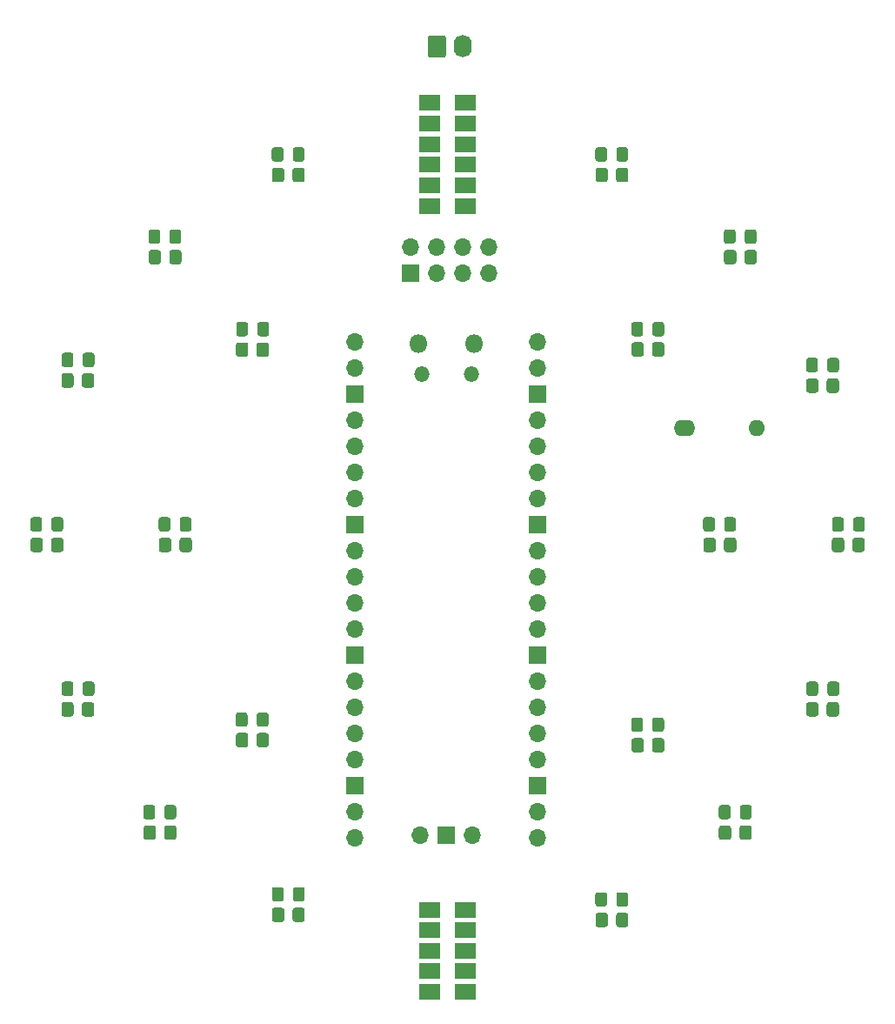
<source format=gbr>
G04 #@! TF.GenerationSoftware,KiCad,Pcbnew,5.1.10-88a1d61d58~88~ubuntu20.04.1*
G04 #@! TF.CreationDate,2021-06-07T13:14:32+01:00*
G04 #@! TF.ProjectId,Bauble,42617562-6c65-42e6-9b69-6361645f7063,rev?*
G04 #@! TF.SameCoordinates,Original*
G04 #@! TF.FileFunction,Soldermask,Bot*
G04 #@! TF.FilePolarity,Negative*
%FSLAX46Y46*%
G04 Gerber Fmt 4.6, Leading zero omitted, Abs format (unit mm)*
G04 Created by KiCad (PCBNEW 5.1.10-88a1d61d58~88~ubuntu20.04.1) date 2021-06-07 13:14:32*
%MOMM*%
%LPD*%
G01*
G04 APERTURE LIST*
%ADD10O,1.600000X1.600000*%
%ADD11O,2.100000X1.600000*%
%ADD12R,2.000000X1.500000*%
%ADD13O,1.700000X1.700000*%
%ADD14R,1.700000X1.700000*%
%ADD15O,1.500000X1.500000*%
%ADD16O,1.800000X1.800000*%
%ADD17O,1.740000X2.190000*%
G04 APERTURE END LIST*
D10*
G04 #@! TO.C,R27*
X174625000Y-102650000D03*
D11*
X167525000Y-102650000D03*
G04 #@! TD*
D12*
G04 #@! TO.C,J6*
X142750000Y-157500000D03*
X142750000Y-155500000D03*
X142750000Y-153500000D03*
X142750000Y-151500000D03*
X142750000Y-149500000D03*
X146250000Y-157500000D03*
X146250000Y-155500000D03*
X146250000Y-153500000D03*
X146250000Y-151500000D03*
X146250000Y-149500000D03*
G04 #@! TD*
G04 #@! TO.C,J5*
X142750000Y-81000000D03*
X142750000Y-79000000D03*
X142750000Y-77000000D03*
X142750000Y-75000000D03*
X142750000Y-73000000D03*
X142750000Y-71000000D03*
X146250000Y-81000000D03*
X146250000Y-79000000D03*
X146250000Y-77000000D03*
X146250000Y-75000000D03*
X146250000Y-73000000D03*
X146250000Y-71000000D03*
G04 #@! TD*
D13*
G04 #@! TO.C,U1*
X146930000Y-142290000D03*
D14*
X144390000Y-142290000D03*
D13*
X141850000Y-142290000D03*
D15*
X146815000Y-97420000D03*
X141965000Y-97420000D03*
D16*
X147115000Y-94390000D03*
X141665000Y-94390000D03*
D13*
X153280000Y-94260000D03*
X153280000Y-96800000D03*
D14*
X153280000Y-99340000D03*
D13*
X153280000Y-101880000D03*
X153280000Y-104420000D03*
X153280000Y-106960000D03*
X153280000Y-109500000D03*
D14*
X153280000Y-112040000D03*
D13*
X153280000Y-114580000D03*
X153280000Y-117120000D03*
X153280000Y-119660000D03*
X153280000Y-122200000D03*
D14*
X153280000Y-124740000D03*
D13*
X153280000Y-127280000D03*
X153280000Y-129820000D03*
X153280000Y-132360000D03*
X153280000Y-134900000D03*
D14*
X153280000Y-137440000D03*
D13*
X153280000Y-139980000D03*
X153280000Y-142520000D03*
X135500000Y-142520000D03*
X135500000Y-139980000D03*
D14*
X135500000Y-137440000D03*
D13*
X135500000Y-134900000D03*
X135500000Y-132360000D03*
X135500000Y-129820000D03*
X135500000Y-127280000D03*
D14*
X135500000Y-124740000D03*
D13*
X135500000Y-122200000D03*
X135500000Y-119660000D03*
X135500000Y-117120000D03*
X135500000Y-114580000D03*
D14*
X135500000Y-112040000D03*
D13*
X135500000Y-109500000D03*
X135500000Y-106960000D03*
X135500000Y-104420000D03*
X135500000Y-101880000D03*
D14*
X135500000Y-99340000D03*
D13*
X135500000Y-96800000D03*
X135500000Y-94260000D03*
G04 #@! TD*
G04 #@! TO.C,R48*
G36*
G01*
X125900000Y-133450001D02*
X125900000Y-132549999D01*
G75*
G02*
X126149999Y-132300000I249999J0D01*
G01*
X126850001Y-132300000D01*
G75*
G02*
X127100000Y-132549999I0J-249999D01*
G01*
X127100000Y-133450001D01*
G75*
G02*
X126850001Y-133700000I-249999J0D01*
G01*
X126149999Y-133700000D01*
G75*
G02*
X125900000Y-133450001I0J249999D01*
G01*
G37*
G36*
G01*
X123900000Y-133450001D02*
X123900000Y-132549999D01*
G75*
G02*
X124149999Y-132300000I249999J0D01*
G01*
X124850001Y-132300000D01*
G75*
G02*
X125100000Y-132549999I0J-249999D01*
G01*
X125100000Y-133450001D01*
G75*
G02*
X124850001Y-133700000I-249999J0D01*
G01*
X124149999Y-133700000D01*
G75*
G02*
X123900000Y-133450001I0J249999D01*
G01*
G37*
G04 #@! TD*
G04 #@! TO.C,R42*
G36*
G01*
X183900000Y-114450001D02*
X183900000Y-113549999D01*
G75*
G02*
X184149999Y-113300000I249999J0D01*
G01*
X184850001Y-113300000D01*
G75*
G02*
X185100000Y-113549999I0J-249999D01*
G01*
X185100000Y-114450001D01*
G75*
G02*
X184850001Y-114700000I-249999J0D01*
G01*
X184149999Y-114700000D01*
G75*
G02*
X183900000Y-114450001I0J249999D01*
G01*
G37*
G36*
G01*
X181900000Y-114450001D02*
X181900000Y-113549999D01*
G75*
G02*
X182149999Y-113300000I249999J0D01*
G01*
X182850001Y-113300000D01*
G75*
G02*
X183100000Y-113549999I0J-249999D01*
G01*
X183100000Y-114450001D01*
G75*
G02*
X182850001Y-114700000I-249999J0D01*
G01*
X182149999Y-114700000D01*
G75*
G02*
X181900000Y-114450001I0J249999D01*
G01*
G37*
G04 #@! TD*
G04 #@! TO.C,R36*
G36*
G01*
X116900000Y-142450001D02*
X116900000Y-141549999D01*
G75*
G02*
X117149999Y-141300000I249999J0D01*
G01*
X117850001Y-141300000D01*
G75*
G02*
X118100000Y-141549999I0J-249999D01*
G01*
X118100000Y-142450001D01*
G75*
G02*
X117850001Y-142700000I-249999J0D01*
G01*
X117149999Y-142700000D01*
G75*
G02*
X116900000Y-142450001I0J249999D01*
G01*
G37*
G36*
G01*
X114900000Y-142450001D02*
X114900000Y-141549999D01*
G75*
G02*
X115149999Y-141300000I249999J0D01*
G01*
X115850001Y-141300000D01*
G75*
G02*
X116100000Y-141549999I0J-249999D01*
G01*
X116100000Y-142450001D01*
G75*
G02*
X115850001Y-142700000I-249999J0D01*
G01*
X115149999Y-142700000D01*
G75*
G02*
X114900000Y-142450001I0J249999D01*
G01*
G37*
G04 #@! TD*
G04 #@! TO.C,R41*
G36*
G01*
X181400000Y-130450001D02*
X181400000Y-129549999D01*
G75*
G02*
X181649999Y-129300000I249999J0D01*
G01*
X182350001Y-129300000D01*
G75*
G02*
X182600000Y-129549999I0J-249999D01*
G01*
X182600000Y-130450001D01*
G75*
G02*
X182350001Y-130700000I-249999J0D01*
G01*
X181649999Y-130700000D01*
G75*
G02*
X181400000Y-130450001I0J249999D01*
G01*
G37*
G36*
G01*
X179400000Y-130450001D02*
X179400000Y-129549999D01*
G75*
G02*
X179649999Y-129300000I249999J0D01*
G01*
X180350001Y-129300000D01*
G75*
G02*
X180600000Y-129549999I0J-249999D01*
G01*
X180600000Y-130450001D01*
G75*
G02*
X180350001Y-130700000I-249999J0D01*
G01*
X179649999Y-130700000D01*
G75*
G02*
X179400000Y-130450001I0J249999D01*
G01*
G37*
G04 #@! TD*
G04 #@! TO.C,R47*
G36*
G01*
X118400000Y-114450001D02*
X118400000Y-113549999D01*
G75*
G02*
X118649999Y-113300000I249999J0D01*
G01*
X119350001Y-113300000D01*
G75*
G02*
X119600000Y-113549999I0J-249999D01*
G01*
X119600000Y-114450001D01*
G75*
G02*
X119350001Y-114700000I-249999J0D01*
G01*
X118649999Y-114700000D01*
G75*
G02*
X118400000Y-114450001I0J249999D01*
G01*
G37*
G36*
G01*
X116400000Y-114450001D02*
X116400000Y-113549999D01*
G75*
G02*
X116649999Y-113300000I249999J0D01*
G01*
X117350001Y-113300000D01*
G75*
G02*
X117600000Y-113549999I0J-249999D01*
G01*
X117600000Y-114450001D01*
G75*
G02*
X117350001Y-114700000I-249999J0D01*
G01*
X116649999Y-114700000D01*
G75*
G02*
X116400000Y-114450001I0J249999D01*
G01*
G37*
G04 #@! TD*
G04 #@! TO.C,R35*
G36*
G01*
X108900000Y-130450001D02*
X108900000Y-129549999D01*
G75*
G02*
X109149999Y-129300000I249999J0D01*
G01*
X109850001Y-129300000D01*
G75*
G02*
X110100000Y-129549999I0J-249999D01*
G01*
X110100000Y-130450001D01*
G75*
G02*
X109850001Y-130700000I-249999J0D01*
G01*
X109149999Y-130700000D01*
G75*
G02*
X108900000Y-130450001I0J249999D01*
G01*
G37*
G36*
G01*
X106900000Y-130450001D02*
X106900000Y-129549999D01*
G75*
G02*
X107149999Y-129300000I249999J0D01*
G01*
X107850001Y-129300000D01*
G75*
G02*
X108100000Y-129549999I0J-249999D01*
G01*
X108100000Y-130450001D01*
G75*
G02*
X107850001Y-130700000I-249999J0D01*
G01*
X107149999Y-130700000D01*
G75*
G02*
X106900000Y-130450001I0J249999D01*
G01*
G37*
G04 #@! TD*
G04 #@! TO.C,R40*
G36*
G01*
X172900000Y-142450001D02*
X172900000Y-141549999D01*
G75*
G02*
X173149999Y-141300000I249999J0D01*
G01*
X173850001Y-141300000D01*
G75*
G02*
X174100000Y-141549999I0J-249999D01*
G01*
X174100000Y-142450001D01*
G75*
G02*
X173850001Y-142700000I-249999J0D01*
G01*
X173149999Y-142700000D01*
G75*
G02*
X172900000Y-142450001I0J249999D01*
G01*
G37*
G36*
G01*
X170900000Y-142450001D02*
X170900000Y-141549999D01*
G75*
G02*
X171149999Y-141300000I249999J0D01*
G01*
X171850001Y-141300000D01*
G75*
G02*
X172100000Y-141549999I0J-249999D01*
G01*
X172100000Y-142450001D01*
G75*
G02*
X171850001Y-142700000I-249999J0D01*
G01*
X171149999Y-142700000D01*
G75*
G02*
X170900000Y-142450001I0J249999D01*
G01*
G37*
G04 #@! TD*
G04 #@! TO.C,R46*
G36*
G01*
X125900000Y-95450001D02*
X125900000Y-94549999D01*
G75*
G02*
X126149999Y-94300000I249999J0D01*
G01*
X126850001Y-94300000D01*
G75*
G02*
X127100000Y-94549999I0J-249999D01*
G01*
X127100000Y-95450001D01*
G75*
G02*
X126850001Y-95700000I-249999J0D01*
G01*
X126149999Y-95700000D01*
G75*
G02*
X125900000Y-95450001I0J249999D01*
G01*
G37*
G36*
G01*
X123900000Y-95450001D02*
X123900000Y-94549999D01*
G75*
G02*
X124149999Y-94300000I249999J0D01*
G01*
X124850001Y-94300000D01*
G75*
G02*
X125100000Y-94549999I0J-249999D01*
G01*
X125100000Y-95450001D01*
G75*
G02*
X124850001Y-95700000I-249999J0D01*
G01*
X124149999Y-95700000D01*
G75*
G02*
X123900000Y-95450001I0J249999D01*
G01*
G37*
G04 #@! TD*
G04 #@! TO.C,R34*
G36*
G01*
X105900000Y-114450001D02*
X105900000Y-113549999D01*
G75*
G02*
X106149999Y-113300000I249999J0D01*
G01*
X106850001Y-113300000D01*
G75*
G02*
X107100000Y-113549999I0J-249999D01*
G01*
X107100000Y-114450001D01*
G75*
G02*
X106850001Y-114700000I-249999J0D01*
G01*
X106149999Y-114700000D01*
G75*
G02*
X105900000Y-114450001I0J249999D01*
G01*
G37*
G36*
G01*
X103900000Y-114450001D02*
X103900000Y-113549999D01*
G75*
G02*
X104149999Y-113300000I249999J0D01*
G01*
X104850001Y-113300000D01*
G75*
G02*
X105100000Y-113549999I0J-249999D01*
G01*
X105100000Y-114450001D01*
G75*
G02*
X104850001Y-114700000I-249999J0D01*
G01*
X104149999Y-114700000D01*
G75*
G02*
X103900000Y-114450001I0J249999D01*
G01*
G37*
G04 #@! TD*
G04 #@! TO.C,R51*
G36*
G01*
X164400000Y-95425001D02*
X164400000Y-94524999D01*
G75*
G02*
X164649999Y-94275000I249999J0D01*
G01*
X165350001Y-94275000D01*
G75*
G02*
X165600000Y-94524999I0J-249999D01*
G01*
X165600000Y-95425001D01*
G75*
G02*
X165350001Y-95675000I-249999J0D01*
G01*
X164649999Y-95675000D01*
G75*
G02*
X164400000Y-95425001I0J249999D01*
G01*
G37*
G36*
G01*
X162400000Y-95425001D02*
X162400000Y-94524999D01*
G75*
G02*
X162649999Y-94275000I249999J0D01*
G01*
X163350001Y-94275000D01*
G75*
G02*
X163600000Y-94524999I0J-249999D01*
G01*
X163600000Y-95425001D01*
G75*
G02*
X163350001Y-95675000I-249999J0D01*
G01*
X162649999Y-95675000D01*
G75*
G02*
X162400000Y-95425001I0J249999D01*
G01*
G37*
G04 #@! TD*
G04 #@! TO.C,R45*
G36*
G01*
X160900000Y-78450001D02*
X160900000Y-77549999D01*
G75*
G02*
X161149999Y-77300000I249999J0D01*
G01*
X161850001Y-77300000D01*
G75*
G02*
X162100000Y-77549999I0J-249999D01*
G01*
X162100000Y-78450001D01*
G75*
G02*
X161850001Y-78700000I-249999J0D01*
G01*
X161149999Y-78700000D01*
G75*
G02*
X160900000Y-78450001I0J249999D01*
G01*
G37*
G36*
G01*
X158900000Y-78450001D02*
X158900000Y-77549999D01*
G75*
G02*
X159149999Y-77300000I249999J0D01*
G01*
X159850001Y-77300000D01*
G75*
G02*
X160100000Y-77549999I0J-249999D01*
G01*
X160100000Y-78450001D01*
G75*
G02*
X159850001Y-78700000I-249999J0D01*
G01*
X159149999Y-78700000D01*
G75*
G02*
X158900000Y-78450001I0J249999D01*
G01*
G37*
G04 #@! TD*
G04 #@! TO.C,R39*
G36*
G01*
X160900000Y-150950001D02*
X160900000Y-150049999D01*
G75*
G02*
X161149999Y-149800000I249999J0D01*
G01*
X161850001Y-149800000D01*
G75*
G02*
X162100000Y-150049999I0J-249999D01*
G01*
X162100000Y-150950001D01*
G75*
G02*
X161850001Y-151200000I-249999J0D01*
G01*
X161149999Y-151200000D01*
G75*
G02*
X160900000Y-150950001I0J249999D01*
G01*
G37*
G36*
G01*
X158900000Y-150950001D02*
X158900000Y-150049999D01*
G75*
G02*
X159149999Y-149800000I249999J0D01*
G01*
X159850001Y-149800000D01*
G75*
G02*
X160100000Y-150049999I0J-249999D01*
G01*
X160100000Y-150950001D01*
G75*
G02*
X159850001Y-151200000I-249999J0D01*
G01*
X159149999Y-151200000D01*
G75*
G02*
X158900000Y-150950001I0J249999D01*
G01*
G37*
G04 #@! TD*
G04 #@! TO.C,R33*
G36*
G01*
X108900000Y-98450001D02*
X108900000Y-97549999D01*
G75*
G02*
X109149999Y-97300000I249999J0D01*
G01*
X109850001Y-97300000D01*
G75*
G02*
X110100000Y-97549999I0J-249999D01*
G01*
X110100000Y-98450001D01*
G75*
G02*
X109850001Y-98700000I-249999J0D01*
G01*
X109149999Y-98700000D01*
G75*
G02*
X108900000Y-98450001I0J249999D01*
G01*
G37*
G36*
G01*
X106900000Y-98450001D02*
X106900000Y-97549999D01*
G75*
G02*
X107149999Y-97300000I249999J0D01*
G01*
X107850001Y-97300000D01*
G75*
G02*
X108100000Y-97549999I0J-249999D01*
G01*
X108100000Y-98450001D01*
G75*
G02*
X107850001Y-98700000I-249999J0D01*
G01*
X107149999Y-98700000D01*
G75*
G02*
X106900000Y-98450001I0J249999D01*
G01*
G37*
G04 #@! TD*
G04 #@! TO.C,R44*
G36*
G01*
X173400000Y-86450001D02*
X173400000Y-85549999D01*
G75*
G02*
X173649999Y-85300000I249999J0D01*
G01*
X174350001Y-85300000D01*
G75*
G02*
X174600000Y-85549999I0J-249999D01*
G01*
X174600000Y-86450001D01*
G75*
G02*
X174350001Y-86700000I-249999J0D01*
G01*
X173649999Y-86700000D01*
G75*
G02*
X173400000Y-86450001I0J249999D01*
G01*
G37*
G36*
G01*
X171400000Y-86450001D02*
X171400000Y-85549999D01*
G75*
G02*
X171649999Y-85300000I249999J0D01*
G01*
X172350001Y-85300000D01*
G75*
G02*
X172600000Y-85549999I0J-249999D01*
G01*
X172600000Y-86450001D01*
G75*
G02*
X172350001Y-86700000I-249999J0D01*
G01*
X171649999Y-86700000D01*
G75*
G02*
X171400000Y-86450001I0J249999D01*
G01*
G37*
G04 #@! TD*
G04 #@! TO.C,R50*
G36*
G01*
X171400000Y-114450001D02*
X171400000Y-113549999D01*
G75*
G02*
X171649999Y-113300000I249999J0D01*
G01*
X172350001Y-113300000D01*
G75*
G02*
X172600000Y-113549999I0J-249999D01*
G01*
X172600000Y-114450001D01*
G75*
G02*
X172350001Y-114700000I-249999J0D01*
G01*
X171649999Y-114700000D01*
G75*
G02*
X171400000Y-114450001I0J249999D01*
G01*
G37*
G36*
G01*
X169400000Y-114450001D02*
X169400000Y-113549999D01*
G75*
G02*
X169649999Y-113300000I249999J0D01*
G01*
X170350001Y-113300000D01*
G75*
G02*
X170600000Y-113549999I0J-249999D01*
G01*
X170600000Y-114450001D01*
G75*
G02*
X170350001Y-114700000I-249999J0D01*
G01*
X169649999Y-114700000D01*
G75*
G02*
X169400000Y-114450001I0J249999D01*
G01*
G37*
G04 #@! TD*
G04 #@! TO.C,R32*
G36*
G01*
X117400000Y-86450001D02*
X117400000Y-85549999D01*
G75*
G02*
X117649999Y-85300000I249999J0D01*
G01*
X118350001Y-85300000D01*
G75*
G02*
X118600000Y-85549999I0J-249999D01*
G01*
X118600000Y-86450001D01*
G75*
G02*
X118350001Y-86700000I-249999J0D01*
G01*
X117649999Y-86700000D01*
G75*
G02*
X117400000Y-86450001I0J249999D01*
G01*
G37*
G36*
G01*
X115400000Y-86450001D02*
X115400000Y-85549999D01*
G75*
G02*
X115649999Y-85300000I249999J0D01*
G01*
X116350001Y-85300000D01*
G75*
G02*
X116600000Y-85549999I0J-249999D01*
G01*
X116600000Y-86450001D01*
G75*
G02*
X116350001Y-86700000I-249999J0D01*
G01*
X115649999Y-86700000D01*
G75*
G02*
X115400000Y-86450001I0J249999D01*
G01*
G37*
G04 #@! TD*
G04 #@! TO.C,R37*
G36*
G01*
X129400000Y-150450001D02*
X129400000Y-149549999D01*
G75*
G02*
X129649999Y-149300000I249999J0D01*
G01*
X130350001Y-149300000D01*
G75*
G02*
X130600000Y-149549999I0J-249999D01*
G01*
X130600000Y-150450001D01*
G75*
G02*
X130350001Y-150700000I-249999J0D01*
G01*
X129649999Y-150700000D01*
G75*
G02*
X129400000Y-150450001I0J249999D01*
G01*
G37*
G36*
G01*
X127400000Y-150450001D02*
X127400000Y-149549999D01*
G75*
G02*
X127649999Y-149300000I249999J0D01*
G01*
X128350001Y-149300000D01*
G75*
G02*
X128600000Y-149549999I0J-249999D01*
G01*
X128600000Y-150450001D01*
G75*
G02*
X128350001Y-150700000I-249999J0D01*
G01*
X127649999Y-150700000D01*
G75*
G02*
X127400000Y-150450001I0J249999D01*
G01*
G37*
G04 #@! TD*
G04 #@! TO.C,R43*
G36*
G01*
X181400000Y-98950001D02*
X181400000Y-98049999D01*
G75*
G02*
X181649999Y-97800000I249999J0D01*
G01*
X182350001Y-97800000D01*
G75*
G02*
X182600000Y-98049999I0J-249999D01*
G01*
X182600000Y-98950001D01*
G75*
G02*
X182350001Y-99200000I-249999J0D01*
G01*
X181649999Y-99200000D01*
G75*
G02*
X181400000Y-98950001I0J249999D01*
G01*
G37*
G36*
G01*
X179400000Y-98950001D02*
X179400000Y-98049999D01*
G75*
G02*
X179649999Y-97800000I249999J0D01*
G01*
X180350001Y-97800000D01*
G75*
G02*
X180600000Y-98049999I0J-249999D01*
G01*
X180600000Y-98950001D01*
G75*
G02*
X180350001Y-99200000I-249999J0D01*
G01*
X179649999Y-99200000D01*
G75*
G02*
X179400000Y-98950001I0J249999D01*
G01*
G37*
G04 #@! TD*
G04 #@! TO.C,R31*
G36*
G01*
X129400000Y-78450001D02*
X129400000Y-77549999D01*
G75*
G02*
X129649999Y-77300000I249999J0D01*
G01*
X130350001Y-77300000D01*
G75*
G02*
X130600000Y-77549999I0J-249999D01*
G01*
X130600000Y-78450001D01*
G75*
G02*
X130350001Y-78700000I-249999J0D01*
G01*
X129649999Y-78700000D01*
G75*
G02*
X129400000Y-78450001I0J249999D01*
G01*
G37*
G36*
G01*
X127400000Y-78450001D02*
X127400000Y-77549999D01*
G75*
G02*
X127649999Y-77300000I249999J0D01*
G01*
X128350001Y-77300000D01*
G75*
G02*
X128600000Y-77549999I0J-249999D01*
G01*
X128600000Y-78450001D01*
G75*
G02*
X128350001Y-78700000I-249999J0D01*
G01*
X127649999Y-78700000D01*
G75*
G02*
X127400000Y-78450001I0J249999D01*
G01*
G37*
G04 #@! TD*
G04 #@! TO.C,R49*
G36*
G01*
X164400000Y-133950001D02*
X164400000Y-133049999D01*
G75*
G02*
X164649999Y-132800000I249999J0D01*
G01*
X165350001Y-132800000D01*
G75*
G02*
X165600000Y-133049999I0J-249999D01*
G01*
X165600000Y-133950001D01*
G75*
G02*
X165350001Y-134200000I-249999J0D01*
G01*
X164649999Y-134200000D01*
G75*
G02*
X164400000Y-133950001I0J249999D01*
G01*
G37*
G36*
G01*
X162400000Y-133950001D02*
X162400000Y-133049999D01*
G75*
G02*
X162649999Y-132800000I249999J0D01*
G01*
X163350001Y-132800000D01*
G75*
G02*
X163600000Y-133049999I0J-249999D01*
G01*
X163600000Y-133950001D01*
G75*
G02*
X163350001Y-134200000I-249999J0D01*
G01*
X162649999Y-134200000D01*
G75*
G02*
X162400000Y-133950001I0J249999D01*
G01*
G37*
G04 #@! TD*
G04 #@! TO.C,J2*
X148540000Y-85000000D03*
X148540000Y-87540000D03*
X146000000Y-85000000D03*
X146000000Y-87540000D03*
X143460000Y-85000000D03*
X143460000Y-87540000D03*
X140920000Y-85000000D03*
D14*
X140920000Y-87540000D03*
G04 #@! TD*
D17*
G04 #@! TO.C,J1*
X146000000Y-65500000D03*
G36*
G01*
X142590000Y-66345001D02*
X142590000Y-64654999D01*
G75*
G02*
X142839999Y-64405000I249999J0D01*
G01*
X144080001Y-64405000D01*
G75*
G02*
X144330000Y-64654999I0J-249999D01*
G01*
X144330000Y-66345001D01*
G75*
G02*
X144080001Y-66595000I-249999J0D01*
G01*
X142839999Y-66595000D01*
G75*
G02*
X142590000Y-66345001I0J249999D01*
G01*
G37*
G04 #@! TD*
G04 #@! TO.C,D48*
G36*
G01*
X125925000Y-131450001D02*
X125925000Y-130549999D01*
G75*
G02*
X126174999Y-130300000I249999J0D01*
G01*
X126825001Y-130300000D01*
G75*
G02*
X127075000Y-130549999I0J-249999D01*
G01*
X127075000Y-131450001D01*
G75*
G02*
X126825001Y-131700000I-249999J0D01*
G01*
X126174999Y-131700000D01*
G75*
G02*
X125925000Y-131450001I0J249999D01*
G01*
G37*
G36*
G01*
X123875000Y-131450001D02*
X123875000Y-130549999D01*
G75*
G02*
X124124999Y-130300000I249999J0D01*
G01*
X124775001Y-130300000D01*
G75*
G02*
X125025000Y-130549999I0J-249999D01*
G01*
X125025000Y-131450001D01*
G75*
G02*
X124775001Y-131700000I-249999J0D01*
G01*
X124124999Y-131700000D01*
G75*
G02*
X123875000Y-131450001I0J249999D01*
G01*
G37*
G04 #@! TD*
G04 #@! TO.C,D42*
G36*
G01*
X183975000Y-112450001D02*
X183975000Y-111549999D01*
G75*
G02*
X184224999Y-111300000I249999J0D01*
G01*
X184875001Y-111300000D01*
G75*
G02*
X185125000Y-111549999I0J-249999D01*
G01*
X185125000Y-112450001D01*
G75*
G02*
X184875001Y-112700000I-249999J0D01*
G01*
X184224999Y-112700000D01*
G75*
G02*
X183975000Y-112450001I0J249999D01*
G01*
G37*
G36*
G01*
X181925000Y-112450001D02*
X181925000Y-111549999D01*
G75*
G02*
X182174999Y-111300000I249999J0D01*
G01*
X182825001Y-111300000D01*
G75*
G02*
X183075000Y-111549999I0J-249999D01*
G01*
X183075000Y-112450001D01*
G75*
G02*
X182825001Y-112700000I-249999J0D01*
G01*
X182174999Y-112700000D01*
G75*
G02*
X181925000Y-112450001I0J249999D01*
G01*
G37*
G04 #@! TD*
G04 #@! TO.C,D36*
G36*
G01*
X116925000Y-140450001D02*
X116925000Y-139549999D01*
G75*
G02*
X117174999Y-139300000I249999J0D01*
G01*
X117825001Y-139300000D01*
G75*
G02*
X118075000Y-139549999I0J-249999D01*
G01*
X118075000Y-140450001D01*
G75*
G02*
X117825001Y-140700000I-249999J0D01*
G01*
X117174999Y-140700000D01*
G75*
G02*
X116925000Y-140450001I0J249999D01*
G01*
G37*
G36*
G01*
X114875000Y-140450001D02*
X114875000Y-139549999D01*
G75*
G02*
X115124999Y-139300000I249999J0D01*
G01*
X115775001Y-139300000D01*
G75*
G02*
X116025000Y-139549999I0J-249999D01*
G01*
X116025000Y-140450001D01*
G75*
G02*
X115775001Y-140700000I-249999J0D01*
G01*
X115124999Y-140700000D01*
G75*
G02*
X114875000Y-140450001I0J249999D01*
G01*
G37*
G04 #@! TD*
G04 #@! TO.C,D41*
G36*
G01*
X181475000Y-128450001D02*
X181475000Y-127549999D01*
G75*
G02*
X181724999Y-127300000I249999J0D01*
G01*
X182375001Y-127300000D01*
G75*
G02*
X182625000Y-127549999I0J-249999D01*
G01*
X182625000Y-128450001D01*
G75*
G02*
X182375001Y-128700000I-249999J0D01*
G01*
X181724999Y-128700000D01*
G75*
G02*
X181475000Y-128450001I0J249999D01*
G01*
G37*
G36*
G01*
X179425000Y-128450001D02*
X179425000Y-127549999D01*
G75*
G02*
X179674999Y-127300000I249999J0D01*
G01*
X180325001Y-127300000D01*
G75*
G02*
X180575000Y-127549999I0J-249999D01*
G01*
X180575000Y-128450001D01*
G75*
G02*
X180325001Y-128700000I-249999J0D01*
G01*
X179674999Y-128700000D01*
G75*
G02*
X179425000Y-128450001I0J249999D01*
G01*
G37*
G04 #@! TD*
G04 #@! TO.C,D47*
G36*
G01*
X118425000Y-112450001D02*
X118425000Y-111549999D01*
G75*
G02*
X118674999Y-111300000I249999J0D01*
G01*
X119325001Y-111300000D01*
G75*
G02*
X119575000Y-111549999I0J-249999D01*
G01*
X119575000Y-112450001D01*
G75*
G02*
X119325001Y-112700000I-249999J0D01*
G01*
X118674999Y-112700000D01*
G75*
G02*
X118425000Y-112450001I0J249999D01*
G01*
G37*
G36*
G01*
X116375000Y-112450001D02*
X116375000Y-111549999D01*
G75*
G02*
X116624999Y-111300000I249999J0D01*
G01*
X117275001Y-111300000D01*
G75*
G02*
X117525000Y-111549999I0J-249999D01*
G01*
X117525000Y-112450001D01*
G75*
G02*
X117275001Y-112700000I-249999J0D01*
G01*
X116624999Y-112700000D01*
G75*
G02*
X116375000Y-112450001I0J249999D01*
G01*
G37*
G04 #@! TD*
G04 #@! TO.C,D35*
G36*
G01*
X108975000Y-128450001D02*
X108975000Y-127549999D01*
G75*
G02*
X109224999Y-127300000I249999J0D01*
G01*
X109875001Y-127300000D01*
G75*
G02*
X110125000Y-127549999I0J-249999D01*
G01*
X110125000Y-128450001D01*
G75*
G02*
X109875001Y-128700000I-249999J0D01*
G01*
X109224999Y-128700000D01*
G75*
G02*
X108975000Y-128450001I0J249999D01*
G01*
G37*
G36*
G01*
X106925000Y-128450001D02*
X106925000Y-127549999D01*
G75*
G02*
X107174999Y-127300000I249999J0D01*
G01*
X107825001Y-127300000D01*
G75*
G02*
X108075000Y-127549999I0J-249999D01*
G01*
X108075000Y-128450001D01*
G75*
G02*
X107825001Y-128700000I-249999J0D01*
G01*
X107174999Y-128700000D01*
G75*
G02*
X106925000Y-128450001I0J249999D01*
G01*
G37*
G04 #@! TD*
G04 #@! TO.C,D40*
G36*
G01*
X172950000Y-140450001D02*
X172950000Y-139549999D01*
G75*
G02*
X173199999Y-139300000I249999J0D01*
G01*
X173850001Y-139300000D01*
G75*
G02*
X174100000Y-139549999I0J-249999D01*
G01*
X174100000Y-140450001D01*
G75*
G02*
X173850001Y-140700000I-249999J0D01*
G01*
X173199999Y-140700000D01*
G75*
G02*
X172950000Y-140450001I0J249999D01*
G01*
G37*
G36*
G01*
X170900000Y-140450001D02*
X170900000Y-139549999D01*
G75*
G02*
X171149999Y-139300000I249999J0D01*
G01*
X171800001Y-139300000D01*
G75*
G02*
X172050000Y-139549999I0J-249999D01*
G01*
X172050000Y-140450001D01*
G75*
G02*
X171800001Y-140700000I-249999J0D01*
G01*
X171149999Y-140700000D01*
G75*
G02*
X170900000Y-140450001I0J249999D01*
G01*
G37*
G04 #@! TD*
G04 #@! TO.C,D46*
G36*
G01*
X125975000Y-93450001D02*
X125975000Y-92549999D01*
G75*
G02*
X126224999Y-92300000I249999J0D01*
G01*
X126875001Y-92300000D01*
G75*
G02*
X127125000Y-92549999I0J-249999D01*
G01*
X127125000Y-93450001D01*
G75*
G02*
X126875001Y-93700000I-249999J0D01*
G01*
X126224999Y-93700000D01*
G75*
G02*
X125975000Y-93450001I0J249999D01*
G01*
G37*
G36*
G01*
X123925000Y-93450001D02*
X123925000Y-92549999D01*
G75*
G02*
X124174999Y-92300000I249999J0D01*
G01*
X124825001Y-92300000D01*
G75*
G02*
X125075000Y-92549999I0J-249999D01*
G01*
X125075000Y-93450001D01*
G75*
G02*
X124825001Y-93700000I-249999J0D01*
G01*
X124174999Y-93700000D01*
G75*
G02*
X123925000Y-93450001I0J249999D01*
G01*
G37*
G04 #@! TD*
G04 #@! TO.C,D34*
G36*
G01*
X105925000Y-112450001D02*
X105925000Y-111549999D01*
G75*
G02*
X106174999Y-111300000I249999J0D01*
G01*
X106825001Y-111300000D01*
G75*
G02*
X107075000Y-111549999I0J-249999D01*
G01*
X107075000Y-112450001D01*
G75*
G02*
X106825001Y-112700000I-249999J0D01*
G01*
X106174999Y-112700000D01*
G75*
G02*
X105925000Y-112450001I0J249999D01*
G01*
G37*
G36*
G01*
X103875000Y-112450001D02*
X103875000Y-111549999D01*
G75*
G02*
X104124999Y-111300000I249999J0D01*
G01*
X104775001Y-111300000D01*
G75*
G02*
X105025000Y-111549999I0J-249999D01*
G01*
X105025000Y-112450001D01*
G75*
G02*
X104775001Y-112700000I-249999J0D01*
G01*
X104124999Y-112700000D01*
G75*
G02*
X103875000Y-112450001I0J249999D01*
G01*
G37*
G04 #@! TD*
G04 #@! TO.C,D51*
G36*
G01*
X164425000Y-93450001D02*
X164425000Y-92549999D01*
G75*
G02*
X164674999Y-92300000I249999J0D01*
G01*
X165325001Y-92300000D01*
G75*
G02*
X165575000Y-92549999I0J-249999D01*
G01*
X165575000Y-93450001D01*
G75*
G02*
X165325001Y-93700000I-249999J0D01*
G01*
X164674999Y-93700000D01*
G75*
G02*
X164425000Y-93450001I0J249999D01*
G01*
G37*
G36*
G01*
X162375000Y-93450001D02*
X162375000Y-92549999D01*
G75*
G02*
X162624999Y-92300000I249999J0D01*
G01*
X163275001Y-92300000D01*
G75*
G02*
X163525000Y-92549999I0J-249999D01*
G01*
X163525000Y-93450001D01*
G75*
G02*
X163275001Y-93700000I-249999J0D01*
G01*
X162624999Y-93700000D01*
G75*
G02*
X162375000Y-93450001I0J249999D01*
G01*
G37*
G04 #@! TD*
G04 #@! TO.C,D45*
G36*
G01*
X160925000Y-76450001D02*
X160925000Y-75549999D01*
G75*
G02*
X161174999Y-75300000I249999J0D01*
G01*
X161825001Y-75300000D01*
G75*
G02*
X162075000Y-75549999I0J-249999D01*
G01*
X162075000Y-76450001D01*
G75*
G02*
X161825001Y-76700000I-249999J0D01*
G01*
X161174999Y-76700000D01*
G75*
G02*
X160925000Y-76450001I0J249999D01*
G01*
G37*
G36*
G01*
X158875000Y-76450001D02*
X158875000Y-75549999D01*
G75*
G02*
X159124999Y-75300000I249999J0D01*
G01*
X159775001Y-75300000D01*
G75*
G02*
X160025000Y-75549999I0J-249999D01*
G01*
X160025000Y-76450001D01*
G75*
G02*
X159775001Y-76700000I-249999J0D01*
G01*
X159124999Y-76700000D01*
G75*
G02*
X158875000Y-76450001I0J249999D01*
G01*
G37*
G04 #@! TD*
G04 #@! TO.C,D39*
G36*
G01*
X160925000Y-148950001D02*
X160925000Y-148049999D01*
G75*
G02*
X161174999Y-147800000I249999J0D01*
G01*
X161825001Y-147800000D01*
G75*
G02*
X162075000Y-148049999I0J-249999D01*
G01*
X162075000Y-148950001D01*
G75*
G02*
X161825001Y-149200000I-249999J0D01*
G01*
X161174999Y-149200000D01*
G75*
G02*
X160925000Y-148950001I0J249999D01*
G01*
G37*
G36*
G01*
X158875000Y-148950001D02*
X158875000Y-148049999D01*
G75*
G02*
X159124999Y-147800000I249999J0D01*
G01*
X159775001Y-147800000D01*
G75*
G02*
X160025000Y-148049999I0J-249999D01*
G01*
X160025000Y-148950001D01*
G75*
G02*
X159775001Y-149200000I-249999J0D01*
G01*
X159124999Y-149200000D01*
G75*
G02*
X158875000Y-148950001I0J249999D01*
G01*
G37*
G04 #@! TD*
G04 #@! TO.C,D33*
G36*
G01*
X108975000Y-96450001D02*
X108975000Y-95549999D01*
G75*
G02*
X109224999Y-95300000I249999J0D01*
G01*
X109875001Y-95300000D01*
G75*
G02*
X110125000Y-95549999I0J-249999D01*
G01*
X110125000Y-96450001D01*
G75*
G02*
X109875001Y-96700000I-249999J0D01*
G01*
X109224999Y-96700000D01*
G75*
G02*
X108975000Y-96450001I0J249999D01*
G01*
G37*
G36*
G01*
X106925000Y-96450001D02*
X106925000Y-95549999D01*
G75*
G02*
X107174999Y-95300000I249999J0D01*
G01*
X107825001Y-95300000D01*
G75*
G02*
X108075000Y-95549999I0J-249999D01*
G01*
X108075000Y-96450001D01*
G75*
G02*
X107825001Y-96700000I-249999J0D01*
G01*
X107174999Y-96700000D01*
G75*
G02*
X106925000Y-96450001I0J249999D01*
G01*
G37*
G04 #@! TD*
G04 #@! TO.C,D44*
G36*
G01*
X173425000Y-84450001D02*
X173425000Y-83549999D01*
G75*
G02*
X173674999Y-83300000I249999J0D01*
G01*
X174325001Y-83300000D01*
G75*
G02*
X174575000Y-83549999I0J-249999D01*
G01*
X174575000Y-84450001D01*
G75*
G02*
X174325001Y-84700000I-249999J0D01*
G01*
X173674999Y-84700000D01*
G75*
G02*
X173425000Y-84450001I0J249999D01*
G01*
G37*
G36*
G01*
X171375000Y-84450001D02*
X171375000Y-83549999D01*
G75*
G02*
X171624999Y-83300000I249999J0D01*
G01*
X172275001Y-83300000D01*
G75*
G02*
X172525000Y-83549999I0J-249999D01*
G01*
X172525000Y-84450001D01*
G75*
G02*
X172275001Y-84700000I-249999J0D01*
G01*
X171624999Y-84700000D01*
G75*
G02*
X171375000Y-84450001I0J249999D01*
G01*
G37*
G04 #@! TD*
G04 #@! TO.C,D50*
G36*
G01*
X171425000Y-112450001D02*
X171425000Y-111549999D01*
G75*
G02*
X171674999Y-111300000I249999J0D01*
G01*
X172325001Y-111300000D01*
G75*
G02*
X172575000Y-111549999I0J-249999D01*
G01*
X172575000Y-112450001D01*
G75*
G02*
X172325001Y-112700000I-249999J0D01*
G01*
X171674999Y-112700000D01*
G75*
G02*
X171425000Y-112450001I0J249999D01*
G01*
G37*
G36*
G01*
X169375000Y-112450001D02*
X169375000Y-111549999D01*
G75*
G02*
X169624999Y-111300000I249999J0D01*
G01*
X170275001Y-111300000D01*
G75*
G02*
X170525000Y-111549999I0J-249999D01*
G01*
X170525000Y-112450001D01*
G75*
G02*
X170275001Y-112700000I-249999J0D01*
G01*
X169624999Y-112700000D01*
G75*
G02*
X169375000Y-112450001I0J249999D01*
G01*
G37*
G04 #@! TD*
G04 #@! TO.C,D32*
G36*
G01*
X117425000Y-84450001D02*
X117425000Y-83549999D01*
G75*
G02*
X117674999Y-83300000I249999J0D01*
G01*
X118325001Y-83300000D01*
G75*
G02*
X118575000Y-83549999I0J-249999D01*
G01*
X118575000Y-84450001D01*
G75*
G02*
X118325001Y-84700000I-249999J0D01*
G01*
X117674999Y-84700000D01*
G75*
G02*
X117425000Y-84450001I0J249999D01*
G01*
G37*
G36*
G01*
X115375000Y-84450001D02*
X115375000Y-83549999D01*
G75*
G02*
X115624999Y-83300000I249999J0D01*
G01*
X116275001Y-83300000D01*
G75*
G02*
X116525000Y-83549999I0J-249999D01*
G01*
X116525000Y-84450001D01*
G75*
G02*
X116275001Y-84700000I-249999J0D01*
G01*
X115624999Y-84700000D01*
G75*
G02*
X115375000Y-84450001I0J249999D01*
G01*
G37*
G04 #@! TD*
G04 #@! TO.C,D37*
G36*
G01*
X129450000Y-148450001D02*
X129450000Y-147549999D01*
G75*
G02*
X129699999Y-147300000I249999J0D01*
G01*
X130350001Y-147300000D01*
G75*
G02*
X130600000Y-147549999I0J-249999D01*
G01*
X130600000Y-148450001D01*
G75*
G02*
X130350001Y-148700000I-249999J0D01*
G01*
X129699999Y-148700000D01*
G75*
G02*
X129450000Y-148450001I0J249999D01*
G01*
G37*
G36*
G01*
X127400000Y-148450001D02*
X127400000Y-147549999D01*
G75*
G02*
X127649999Y-147300000I249999J0D01*
G01*
X128300001Y-147300000D01*
G75*
G02*
X128550000Y-147549999I0J-249999D01*
G01*
X128550000Y-148450001D01*
G75*
G02*
X128300001Y-148700000I-249999J0D01*
G01*
X127649999Y-148700000D01*
G75*
G02*
X127400000Y-148450001I0J249999D01*
G01*
G37*
G04 #@! TD*
G04 #@! TO.C,D43*
G36*
G01*
X181450000Y-96950001D02*
X181450000Y-96049999D01*
G75*
G02*
X181699999Y-95800000I249999J0D01*
G01*
X182350001Y-95800000D01*
G75*
G02*
X182600000Y-96049999I0J-249999D01*
G01*
X182600000Y-96950001D01*
G75*
G02*
X182350001Y-97200000I-249999J0D01*
G01*
X181699999Y-97200000D01*
G75*
G02*
X181450000Y-96950001I0J249999D01*
G01*
G37*
G36*
G01*
X179400000Y-96950001D02*
X179400000Y-96049999D01*
G75*
G02*
X179649999Y-95800000I249999J0D01*
G01*
X180300001Y-95800000D01*
G75*
G02*
X180550000Y-96049999I0J-249999D01*
G01*
X180550000Y-96950001D01*
G75*
G02*
X180300001Y-97200000I-249999J0D01*
G01*
X179649999Y-97200000D01*
G75*
G02*
X179400000Y-96950001I0J249999D01*
G01*
G37*
G04 #@! TD*
G04 #@! TO.C,D31*
G36*
G01*
X129425000Y-76450001D02*
X129425000Y-75549999D01*
G75*
G02*
X129674999Y-75300000I249999J0D01*
G01*
X130325001Y-75300000D01*
G75*
G02*
X130575000Y-75549999I0J-249999D01*
G01*
X130575000Y-76450001D01*
G75*
G02*
X130325001Y-76700000I-249999J0D01*
G01*
X129674999Y-76700000D01*
G75*
G02*
X129425000Y-76450001I0J249999D01*
G01*
G37*
G36*
G01*
X127375000Y-76450001D02*
X127375000Y-75549999D01*
G75*
G02*
X127624999Y-75300000I249999J0D01*
G01*
X128275001Y-75300000D01*
G75*
G02*
X128525000Y-75549999I0J-249999D01*
G01*
X128525000Y-76450001D01*
G75*
G02*
X128275001Y-76700000I-249999J0D01*
G01*
X127624999Y-76700000D01*
G75*
G02*
X127375000Y-76450001I0J249999D01*
G01*
G37*
G04 #@! TD*
G04 #@! TO.C,D49*
G36*
G01*
X164425000Y-131950001D02*
X164425000Y-131049999D01*
G75*
G02*
X164674999Y-130800000I249999J0D01*
G01*
X165325001Y-130800000D01*
G75*
G02*
X165575000Y-131049999I0J-249999D01*
G01*
X165575000Y-131950001D01*
G75*
G02*
X165325001Y-132200000I-249999J0D01*
G01*
X164674999Y-132200000D01*
G75*
G02*
X164425000Y-131950001I0J249999D01*
G01*
G37*
G36*
G01*
X162375000Y-131950001D02*
X162375000Y-131049999D01*
G75*
G02*
X162624999Y-130800000I249999J0D01*
G01*
X163275001Y-130800000D01*
G75*
G02*
X163525000Y-131049999I0J-249999D01*
G01*
X163525000Y-131950001D01*
G75*
G02*
X163275001Y-132200000I-249999J0D01*
G01*
X162624999Y-132200000D01*
G75*
G02*
X162375000Y-131950001I0J249999D01*
G01*
G37*
G04 #@! TD*
M02*

</source>
